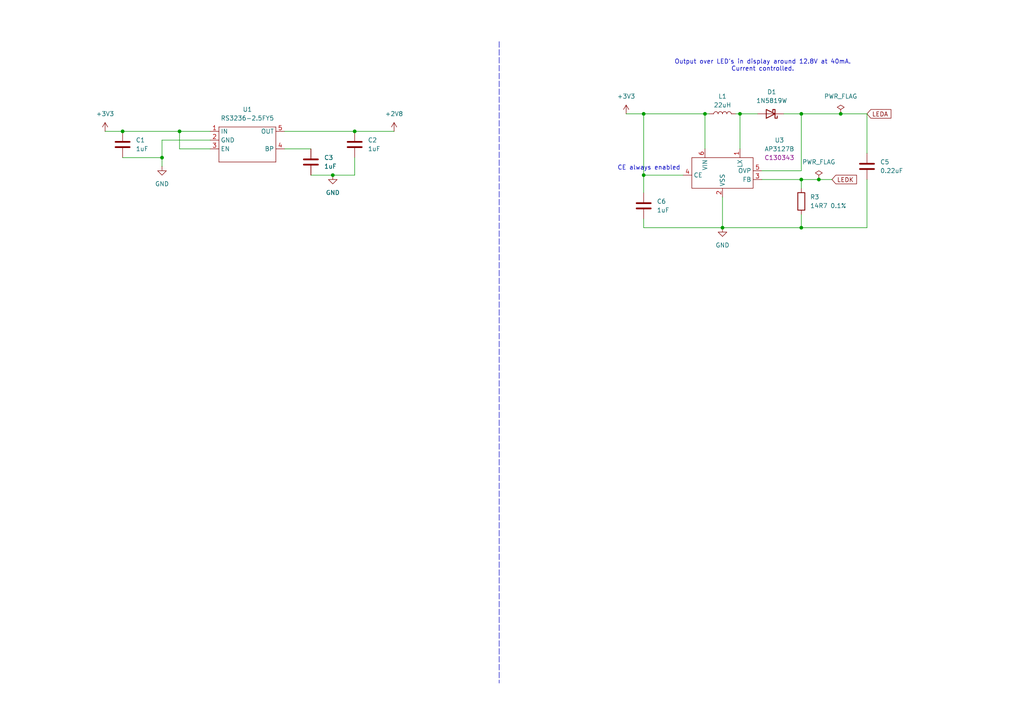
<source format=kicad_sch>
(kicad_sch (version 20231120) (generator "eeschema") (generator_version "8.0")
  (paper "A4")
  (lib_symbols
    (symbol "Device:C" (pin_numbers hide) (pin_names (offset 0.254))
      (property "Reference" "C" (at 0.635 2.54 0))
      (property "Value" "C" (at 0.635 -2.54 0))
      (symbol "C_0_1"
        (polyline (pts (xy -2.032 -0.762) (xy 2.032 -0.762)) (stroke (width 0.508)))
        (polyline (pts (xy -2.032 0.762) (xy 2.032 0.762)) (stroke (width 0.508)))
      )
      (symbol "C_1_1"
        (pin passive line (at 0 3.81 270) (length 2.794) (name "~") (number "1"))
        (pin passive line (at 0 -3.81 90) (length 2.794) (name "~") (number "2"))
      )
    )
    (symbol "Device:D_Schottky" (pin_numbers hide) (pin_names (offset 1.016) hide)
      (property "Reference" "D" (at 0 2.54 0))
      (property "Value" "D_Schottky" (at 0 -2.54 0))
      (symbol "D_Schottky_0_1"
        (polyline (pts (xy 1.27 0) (xy -1.27 0)))
        (polyline (pts (xy 1.27 1.27) (xy 1.27 -1.27) (xy -1.27 0) (xy 1.27 1.27)) (stroke (width 0.254)))
        (polyline (pts (xy -1.905 0.635) (xy -1.905 1.27) (xy -1.27 1.27) (xy -1.27 -1.27) (xy -0.635 -1.27) (xy -0.635 -0.635)) (stroke (width 0.254)))
      )
      (symbol "D_Schottky_1_1"
        (pin passive line (at -3.81 0 0) (length 2.54) (name "K") (number "1"))
        (pin passive line (at 3.81 0 180) (length 2.54) (name "A") (number "2"))
      )
    )
    (symbol "Device:L" (pin_numbers hide) (pin_names (offset 1.016) hide)
      (property "Reference" "L" (at -1.27 0 90))
      (property "Value" "L" (at 1.905 0 90))
      (symbol "L_0_1"
        (arc (start 0 -2.54) (mid 0.6323 -1.905) (end 0 -1.27))
        (arc (start 0 -1.27) (mid 0.6323 -0.635) (end 0 0))
        (arc (start 0 0) (mid 0.6323 0.635) (end 0 1.27))
        (arc (start 0 1.27) (mid 0.6323 1.905) (end 0 2.54))
      )
      (symbol "L_1_1"
        (pin passive line (at 0 3.81 270) (length 1.27) (name "1") (number "1"))
        (pin passive line (at 0 -3.81 90) (length 1.27) (name "2") (number "2"))
      )
    )
    (symbol "Device:R" (pin_numbers hide) (pin_names (offset 0))
      (property "Reference" "R" (at 2.032 0 90))
      (property "Value" "R" (at 0 0 90))
      (symbol "R_0_1"
        (rectangle (start -1.016 -2.54) (end 1.016 2.54) (stroke (width 0.254)))
      )
      (symbol "R_1_1"
        (pin passive line (at 0 3.81 270) (length 1.27) (name "~") (number "1"))
        (pin passive line (at 0 -3.81 90) (length 1.27) (name "~") (number "2"))
      )
    )
    (symbol "ap3127b-custom:ap3127b-sot-23-6l"
      (property "Reference" "U" (at 4.318 5.334 0))
      (property "Value" "AP3127B" (at 5.08 0 0))
      (property "LCSC" "C130343" (at -2.794 -7.874 0))
      (symbol "ap3127b-sot-23-6l_0_1"
        (polyline (pts (xy 3.81 -1.27) (xy 3.81 -1.27)))
        (polyline (pts (xy -3.81 3.81) (xy -3.81 -5.08) (xy 13.97 -5.08) (xy 13.97 3.81) (xy -3.81 3.81)))
      )
      (symbol "ap3127b-sot-23-6l_1_1"
        (pin input line (at 10.16 6.35 270) (length 2.54) (name "LX") (number "1"))
        (pin input line (at 5.08 -7.62 90) (length 2.54) (name "VSS") (number "2"))
        (pin input line (at 16.51 -2.54 180) (length 2.54) (name "FB") (number "3"))
        (pin input line (at -6.35 -1.27 0) (length 2.54) (name "CE") (number "4"))
        (pin input line (at 16.51 0 180) (length 2.54) (name "OVP") (number "5"))
        (pin input line (at 0 6.35 270) (length 2.54) (name "VIN") (number "6"))
      )
    )
    (symbol "power:+2V8" (power) (pin_numbers hide) (pin_names (offset 0) hide)
      (property "Value" "+2V8" (at 0 3.556 0))
      (symbol "+2V8_0_1"
        (polyline (pts (xy -0.762 1.27) (xy 0 2.54)))
        (polyline (pts (xy 0 0) (xy 0 2.54)))
        (polyline (pts (xy 0 2.54) (xy 0.762 1.27)))
      )
      (symbol "+2V8_1_1"
        (pin power_in line (at 0 0 90) (length 0) (name "~") (number "1"))
      )
    )
    (symbol "power:+3V3" (power) (pin_numbers hide) (pin_names (offset 0) hide)
      (property "Value" "+3V3" (at 0 3.556 0))
      (symbol "+3V3_0_1"
        (polyline (pts (xy -0.762 1.27) (xy 0 2.54)))
        (polyline (pts (xy 0 0) (xy 0 2.54)))
        (polyline (pts (xy 0 2.54) (xy 0.762 1.27)))
      )
      (symbol "+3V3_1_1"
        (pin power_in line (at 0 0 90) (length 0) (name "~") (number "1"))
      )
    )
    (symbol "power:GND" (power) (pin_numbers hide) (pin_names (offset 0) hide)
      (property "Value" "GND" (at 0 -3.81 0))
      (symbol "GND_0_1"
        (polyline (pts (xy 0 0) (xy 0 -1.27) (xy 1.27 -1.27) (xy 0 -2.54) (xy -1.27 -1.27) (xy 0 -1.27)))
      )
      (symbol "GND_1_1"
        (pin power_in line (at 0 0 270) (length 0) (name "~") (number "1"))
      )
    )
    (symbol "power:PWR_FLAG" (power) (pin_numbers hide) (pin_names (offset 0) hide)
      (property "Value" "PWR_FLAG" (at 0 3.81 0))
      (symbol "PWR_FLAG_0_0"
        (pin power_out line (at 0 0 90) (length 0) (name "~") (number "1"))
      )
      (symbol "PWR_FLAG_0_1"
        (polyline (pts (xy 0 0) (xy 0 1.27) (xy -1.016 1.905) (xy 0 2.54) (xy 1.016 1.905) (xy 0 1.27)))
      )
    )
    (symbol "rs3236:rs3236-2.8yf5"
      (property "Reference" "U" (at 0 0 0))
      (property "Value" "RS3236-2.5FY5" (at 0 0 0))
      (symbol "rs3236-2.8yf5_0_1"
        (polyline (pts (xy -1.27 -1.27) (xy 15.24 -1.27)))
        (polyline (pts (xy -1.27 8.89) (xy -1.27 -1.27)))
        (polyline (pts (xy 15.24 8.89) (xy -1.27 8.89)))
        (polyline (pts (xy 15.24 8.89) (xy 15.24 -1.27)))
      )
      (symbol "rs3236-2.8yf5_1_1"
        (pin power_in line (at -3.81 7.62 0) (length 2.54) (name "IN") (number "1"))
        (pin power_in line (at -3.81 5.08 0) (length 2.54) (name "GND") (number "2"))
        (pin input line (at -3.81 2.54 0) (length 2.54) (name "EN") (number "3"))
        (pin output line (at 17.78 2.54 180) (length 2.54) (name "BP") (number "4"))
        (pin power_out line (at 17.78 7.62 180) (length 2.54) (name "OUT") (number "5"))
      )
    )
  )
  (junction (at 35.56 38.1))
  (junction (at 96.52 50.8))
  (junction (at 214.63 33.02))
  (junction (at 52.07 38.1))
  (junction (at 46.99 45.72))
  (junction (at 232.41 33.02))
  (junction (at 204.47 33.02))
  (junction (at 243.84 33.02))
  (junction (at 232.41 66.04))
  (junction (at 186.69 50.8))
  (junction (at 237.49 52.07))
  (junction (at 186.69 33.02))
  (junction (at 209.55 66.04))
  (junction (at 102.87 38.1))
  (junction (at 232.41 52.07))
  (wire (pts (xy 35.56 38.1) (xy 52.07 38.1)))
  (wire (pts (xy 102.87 50.8) (xy 102.87 45.72)))
  (wire (pts (xy 186.69 50.8) (xy 198.12 50.8)))
  (wire (pts (xy 214.63 33.02) (xy 214.63 43.18)))
  (wire (pts (xy 181.61 33.02) (xy 186.69 33.02)))
  (wire (pts (xy 209.55 66.04) (xy 186.69 66.04)))
  (wire (pts (xy 204.47 33.02) (xy 205.74 33.02)))
  (wire (pts (xy 60.96 40.64) (xy 46.99 40.64)))
  (wire (pts (xy 232.41 66.04) (xy 251.46 66.04)))
  (wire (pts (xy 232.41 52.07) (xy 237.49 52.07)))
  (wire (pts (xy 96.52 50.8) (xy 102.87 50.8)))
  (wire (pts (xy 220.98 49.53) (xy 232.41 49.53)))
  (wire (pts (xy 30.48 38.1) (xy 35.56 38.1)))
  (wire (pts (xy 237.49 52.07) (xy 241.3 52.07)))
  (wire (pts (xy 243.84 33.02) (xy 251.46 33.02)))
  (wire (pts (xy 213.36 33.02) (xy 214.63 33.02)))
  (wire (pts (xy 46.99 40.64) (xy 46.99 45.72)))
  (wire (pts (xy 251.46 33.02) (xy 251.46 44.45)))
  (wire (pts (xy 186.69 33.02) (xy 186.69 50.8)))
  (wire (pts (xy 60.96 43.18) (xy 52.07 43.18)))
  (wire (pts (xy 52.07 38.1) (xy 60.96 38.1)))
  (wire (pts (xy 82.55 43.18) (xy 90.17 43.18)))
  (wire (pts (xy 232.41 33.02) (xy 243.84 33.02)))
  (wire (pts (xy 186.69 66.04) (xy 186.69 63.5)))
  (wire (pts (xy 90.17 50.8) (xy 96.52 50.8)))
  (wire (pts (xy 209.55 66.04) (xy 232.41 66.04)))
  (wire (pts (xy 232.41 52.07) (xy 232.41 54.61)))
  (wire (pts (xy 214.63 33.02) (xy 219.71 33.02)))
  (polyline (pts (xy 144.78 12.065) (xy 144.78 198.12)) (stroke (width 0) (type dash)))
  (wire (pts (xy 227.33 33.02) (xy 232.41 33.02)))
  (wire (pts (xy 186.69 33.02) (xy 204.47 33.02)))
  (wire (pts (xy 220.98 52.07) (xy 232.41 52.07)))
  (wire (pts (xy 209.55 57.15) (xy 209.55 66.04)))
  (wire (pts (xy 102.87 38.1) (xy 114.3 38.1)))
  (wire (pts (xy 82.55 38.1) (xy 102.87 38.1)))
  (wire (pts (xy 186.69 50.8) (xy 186.69 55.88)))
  (wire (pts (xy 52.07 43.18) (xy 52.07 38.1)))
  (wire (pts (xy 251.46 52.07) (xy 251.46 66.04)))
  (wire (pts (xy 232.41 49.53) (xy 232.41 33.02)))
  (wire (pts (xy 46.99 45.72) (xy 46.99 48.26)))
  (wire (pts (xy 35.56 45.72) (xy 46.99 45.72)))
  (wire (pts (xy 204.47 33.02) (xy 204.47 43.18)))
  (wire (pts (xy 232.41 62.23) (xy 232.41 66.04)))
  (text "CE always enabled" (at 188.214 48.768 0) (effects (font (size 1.27 1.27))))
  (text "Output over LED's in display around 12.8V at 40mA.\nCurrent controlled." (at 221.234 19.05 0) (effects (font (size 1.27 1.27))))
  (global_label "LEDK" (shape input) (at 241.3 52.07 0) (property "Intersheetrefs" "${INTERSHEET_REFS}" (effects (hide yes))))
  (global_label "LEDA" (shape input) (at 251.46 33.02 0) (property "Intersheetrefs" "${INTERSHEET_REFS}" (effects (hide yes))))
  (symbol (lib_id "Device:D_Schottky") (at 223.52 33.02 180) (unit 1)
    (property "Reference" "D1" (at 223.8375 26.67 0))
    (property "Value" "1N5819W" (at 223.8375 29.21 0))
    (property "Footprint" "Diode_SMD:D_SOD-123" (effects (hide yes)))
    (property "Datasheet" "https://datasheet.lcsc.com/lcsc/1912111437_LGE-1N5819W_C402219.pdf" (effects (hide yes)))
    (property "Description" "Schottky diode" (effects (hide yes)))
    (property "LCSC" "C402219" (effects (hide yes)))
  )
  (symbol (lib_id "ap3127b-custom:ap3127b-sot-23-6l") (at 204.47 49.53 0) (unit 1)
    (property "Reference" "U3" (at 226.06 40.6714 0))
    (property "Value" "AP3127B" (at 226.06 43.2114 0))
    (property "Footprint" "Package_TO_SOT_SMD:SOT-23-6" (effects (hide yes)))
    (property "Datasheet" "https://file.remont-aud.net/baza/dc_dc/data/AP3127B.pdf" (effects (hide yes)))
    (property "Description" "Step-UP DC/DC converter / LED driver" (effects (hide yes)))
    (property "LCSC" "C130343" (at 226.06 45.7514 0))
  )
  (symbol (lib_id "Device:C") (at 251.46 48.26 0) (unit 1)
    (property "Reference" "C5" (at 255.27 46.9899 0) (effects (justify left)))
    (property "Value" "0.22uF" (at 255.27 49.5299 0) (effects (justify left)))
    (property "Footprint" "Capacitor_SMD:C_0603_1608Metric" (effects (hide yes)))
    (property "Description" "Unpolarized capacitor" (effects (hide yes)))
    (property "LCSC" "C344195" (effects (hide yes)))
  )
  (symbol (lib_id "Device:R") (at 232.41 58.42 0) (unit 1)
    (property "Reference" "R3" (at 234.95 57.1499 0) (effects (justify left)))
    (property "Value" "14R7 0.1%" (at 234.95 59.6899 0) (effects (justify left)))
    (property "Footprint" "Resistor_SMD:R_0603_1608Metric" (effects (hide yes)))
    (property "Datasheet" "https://www.lcsc.com/datasheet/lcsc_datasheet_2304140030_RALEC-RTT036R34FTP_C166772.pdf" (effects (hide yes)))
    (property "Description" "Resistor" (effects (hide yes)))
    (property "LCSC" "C861135" (effects (hide yes)))
  )
  (symbol (lib_id "Device:C") (at 186.69 59.69 0) (unit 1)
    (property "Reference" "C6" (at 190.5 58.4199 0) (effects (justify left)))
    (property "Value" "1uF" (at 190.5 60.9599 0) (effects (justify left)))
    (property "Footprint" "Capacitor_SMD:C_0603_1608Metric" (effects (hide yes)))
    (property "Description" "Unpolarized capacitor" (effects (hide yes)))
    (property "LCSC" "C5189821" (effects (hide yes)))
  )
  (symbol (lib_id "power:+3V3") (at 181.61 33.02 0) (unit 1)
    (property "Reference" "#PWR014" (effects (hide yes)))
    (property "Value" "+3V3" (at 181.61 27.94 0))
    (property "Description" "Power symbol creates a global label with name \"+3V3\"" (effects (hide yes)))
  )
  (symbol (lib_id "power:PWR_FLAG") (at 237.49 52.07 0) (unit 1)
    (property "Reference" "#FLG01" (effects (hide yes)))
    (property "Value" "PWR_FLAG" (at 237.49 46.99 0))
    (property "Description" "Special symbol for telling ERC where power comes from" (effects (hide yes)))
  )
  (symbol (lib_id "Device:C") (at 90.17 46.99 0) (unit 1)
    (property "Reference" "C3" (at 93.98 45.7199 0) (effects (justify left)))
    (property "Value" "1uF" (at 93.98 48.2599 0) (effects (justify left)))
    (property "Footprint" "Capacitor_SMD:C_0603_1608Metric" (effects (hide yes)))
    (property "Description" "Unpolarized capacitor" (effects (hide yes)))
    (property "LCSC" "C5189821" (effects (hide yes)))
  )
  (symbol (lib_id "power:GND") (at 46.99 48.26 0) (unit 1)
    (property "Reference" "#PWR04" (effects (hide yes)))
    (property "Value" "GND" (at 46.99 53.34 0))
    (property "Description" "Power symbol creates a global label with name \"GND\" , ground" (effects (hide yes)))
  )
  (symbol (lib_id "power:GND") (at 96.52 50.8 0) (unit 1)
    (property "Reference" "#PWR06" (effects (hide yes)))
    (property "Value" "GND" (at 96.52 55.88 0))
    (property "Description" "Power symbol creates a global label with name \"GND\" , ground" (effects (hide yes)))
  )
  (symbol (lib_id "rs3236:rs3236-2.8yf5") (at 64.77 45.72 0) (unit 1)
    (property "Reference" "U1" (at 71.755 31.75 0))
    (property "Value" "RS3236-2.5FY5" (at 71.755 34.29 0))
    (property "Footprint" "Package_TO_SOT_SMD:SOT-23-5" (effects (hide yes)))
    (property "Datasheet" "https://www.lcsc.com/datasheet/lcsc_datasheet_2304140030_Jiangsu-RUNIC-Tech-RS3236-2-5YF5_C379344.pdf" (effects (hide yes)))
    (property "Description" "Low dropout 2.5V voltage regulator" (effects (hide yes)))
    (property "Lcsc" "C379345" (effects (hide yes)))
  )
  (symbol (lib_id "power:GND") (at 209.55 66.04 0) (unit 1)
    (property "Reference" "#PWR013" (effects (hide yes)))
    (property "Value" "GND" (at 209.55 71.12 0))
    (property "Description" "Power symbol creates a global label with name \"GND\" , ground" (effects (hide yes)))
  )
  (symbol (lib_id "power:+2V8") (at 114.3 38.1 0) (unit 1)
    (property "Reference" "#PWR05" (effects (hide yes)))
    (property "Value" "+2V8" (at 114.3 33.02 0))
    (property "Description" "Power symbol creates a global label with name \"+2V8\"" (effects (hide yes)))
  )
  (symbol (lib_id "Device:C") (at 102.87 41.91 0) (unit 1)
    (property "Reference" "C2" (at 106.68 40.6399 0) (effects (justify left)))
    (property "Value" "1uF" (at 106.68 43.1799 0) (effects (justify left)))
    (property "Footprint" "Capacitor_SMD:C_0603_1608Metric" (effects (hide yes)))
    (property "Description" "Unpolarized capacitor" (effects (hide yes)))
    (property "LCSC" "C5189821" (effects (hide yes)))
  )
  (symbol (lib_id "power:+3V3") (at 30.48 38.1 0) (unit 1)
    (property "Reference" "#PWR03" (effects (hide yes)))
    (property "Value" "+3V3" (at 30.48 33.02 0))
    (property "Description" "Power symbol creates a global label with name \"+3V3\"" (effects (hide yes)))
  )
  (symbol (lib_id "Device:L") (at 209.55 33.02 90) (unit 1)
    (property "Reference" "L1" (at 209.55 27.94 90))
    (property "Value" "22uH" (at 209.55 30.48 90))
    (property "Footprint" "Inductor_SMD:L_Changjiang_FNR252010S" (effects (hide yes)))
    (property "Datasheet" "https://www.lcsc.com/datasheet/lcsc_datasheet_2002271926_microgate-MPIT252012-220M-LF_C486445.pdf" (effects (hide yes)))
    (property "Description" "Inductor" (effects (hide yes)))
    (property "LCSC" "C486445" (effects (hide yes)))
  )
  (symbol (lib_id "Device:C") (at 35.56 41.91 0) (unit 1)
    (property "Reference" "C1" (at 39.37 40.6399 0) (effects (justify left)))
    (property "Value" "1uF" (at 39.37 43.1799 0) (effects (justify left)))
    (property "Footprint" "Capacitor_SMD:C_0603_1608Metric" (effects (hide yes)))
    (property "Description" "Unpolarized capacitor" (effects (hide yes)))
    (property "LCSC" "C5189821" (effects (hide yes)))
  )
  (symbol (lib_id "power:PWR_FLAG") (at 243.84 33.02 0) (unit 1)
    (property "Reference" "#FLG03" (effects (hide yes)))
    (property "Value" "PWR_FLAG" (at 243.84 27.94 0))
    (property "Description" "Special symbol for telling ERC where power comes from" (effects (hide yes)))
  )
)
</source>
